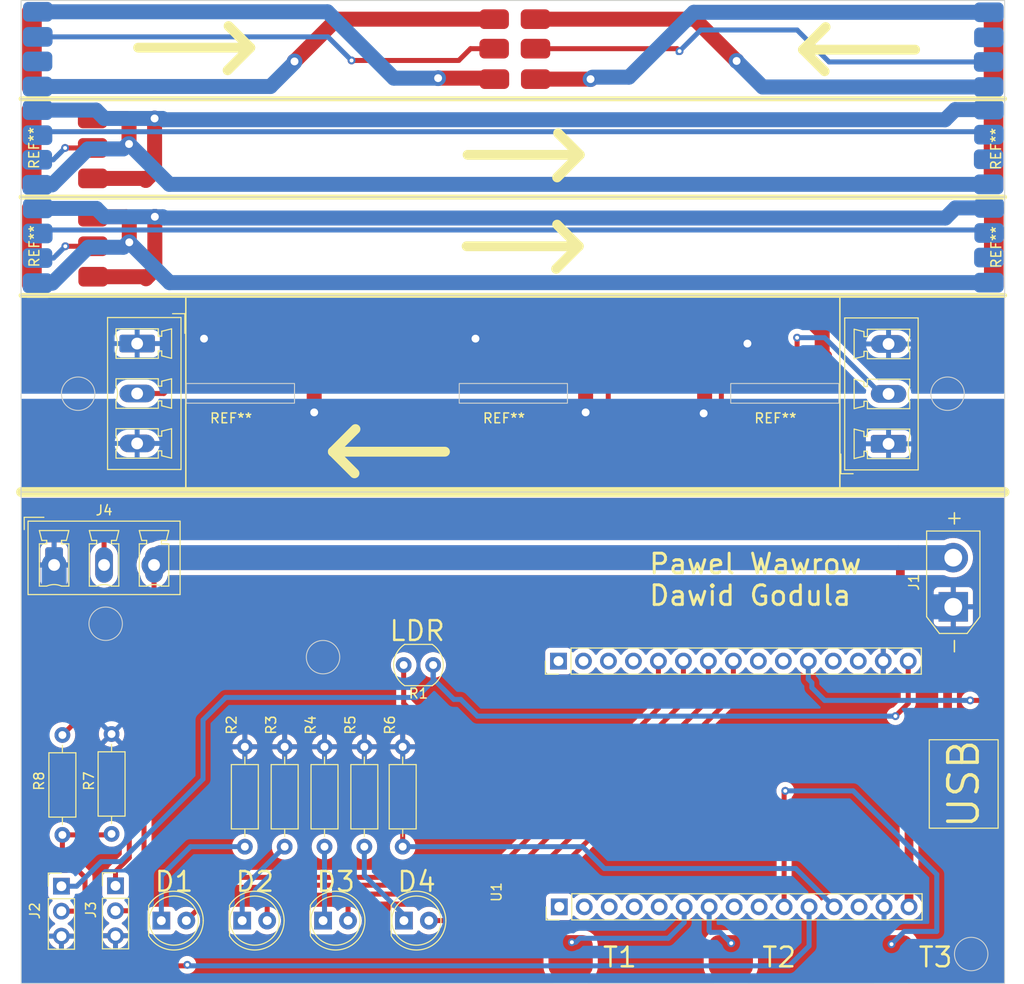
<source format=kicad_pcb>
(kicad_pcb (version 20240108) (generator "pcbnew") (generator_version "8.0")
  (layers (0 "F.Cu" signal) (31 "B.Cu" signal) (34 "B.Paste" user) (35 "F.Paste" user) (36 "B.SilkS" user "B.Silkscreen") (37 "F.SilkS" user "F.Silkscreen") (38 "B.Mask" user) (39 "F.Mask" user) (44 "Edge.Cuts" user))
  (net 0 "")
  (net 1 "Net-(D1-K)")
  (net 2 "LED1")
  (net 3 "Net-(D2-K)")
  (net 4 "LED2")
  (net 5 "Net-(D3-K)")
  (net 6 "LED3")
  (net 7 "Net-(D4-K)")
  (net 8 "LED4")
  (net 9 "+5V")
  (net 10 "GND")
  (net 11 "+3.3V")
  (net 12 "MOTION")
  (net 13 "Net-(J3-Pin_2)")
  (net 14 "LED_DOUT")
  (net 15 "L_SENSOR")
  (net 21 "TOUCH_1")
  (net 22 "TOUCH_2")
  (net 25 "TOUCH_3")
  (net 35 "DOUT2")
  (net 36 "DOUT3")
  (net 37 "DOUT1")
  (net 38 "DIN1")
  (net 39 "DIN_1")
  (net 40 "DOUT_2")
  (net 41 "DIN_3")
  (net 42 "DIN_4")
  (footprint "Library:PAD_11x2" (layer "F.Cu") (at 124.4125 149.075)
    (property "Reference" "REF**" (hide yes))
    (property "Value" "PAD_11x2" (hide yes))
  )
  (footprint "Library:PAD_11x2" (layer "F.Cu") (at 51.85 75 90)
    (property "Reference" "REF**")
    (property "Value" "PAD_11x2" (hide yes))
  )
  (footprint "Connector_PinHeader_2.54mm:PinHeader_1x03_P2.54mm_Vertical" (layer "F.Cu") (at 54.1 140.1)
    (property "Reference" "J2")
    (property "Value" "Conn_01x03_Pin")
  )
  (footprint "" (layer "F.Cu") (at 98.6 51.9)
    (property "Reference" "")
    (property "Value" "")
  )
  (footprint "Library:PAD_11x2" (layer "F.Cu") (at 108.125 149.075)
    (property "Reference" "REF**" (hide yes))
    (property "Value" "PAD_11x2" (hide yes))
  )
  (footprint "" (layer "F.Cu") (at 98.625 56.95 -90)
    (property "Reference" "")
    (property "Value" "")
  )
  (footprint "" (layer "F.Cu") (at 57.275 64.55 -90)
    (property "Reference" "")
    (property "Value" "")
  )
  (footprint "Library:PAD_2X3" (layer "F.Cu") (at 127.65 90.1)
    (property "Reference" "REF**" (hide yes))
    (property "Value" "PAD_2X3" (hide yes))
  )
  (footprint "Library:PAD_2X3" (layer "F.Cu") (at 100.05 90.125)
    (property "Reference" "REF**" (hide yes))
    (property "Value" "PAD_2X3" (hide yes))
  )
  (footprint "" (layer "F.Cu") (at 102.3 54.9)
    (property "Reference" "")
    (property "Value" "")
  )
  (footprint "" (layer "F.Cu") (at 102.3 51.9)
    (property "Reference" "")
    (property "Value" "")
  )
  (footprint "MojeFootprinty:ESP32_WROOM_DEV_30PIN" (layer "F.Cu") (at 142.09 129.7 90)
    (property "Reference" "U1")
    (property "Value" "ESP32_WROOM_32D_devkit")
  )
  (footprint "" (layer "F.Cu") (at 51.7 51.15)
    (property "Reference" "")
    (property "Value" "")
  )
  (footprint "" (layer "F.Cu") (at 148.875 65.1)
    (property "Reference" "")
    (property "Value" "")
  )
  (footprint "Resistor_THT:R_Axial_DIN0207_L6.3mm_D2.5mm_P10.16mm_Horizontal" (layer "F.Cu") (at 84.9 136.08 90)
    (property "Reference" "R5")
    (property "Value" "260")
  )
  (footprint "" (layer "F.Cu") (at 51.1 55)
    (property "Reference" "")
    (property "Value" "")
  )
  (footprint "" (layer "F.Cu") (at 57.3 74.55 -90)
    (property "Reference" "")
    (property "Value" "")
  )
  (footprint "" (layer "F.Cu") (at 102.325 56.95 -90)
    (property "Reference" "")
    (property "Value" "")
  )
  (footprint "Resistor_THT:R_Axial_DIN0207_L6.3mm_D2.5mm_P10.16mm_Horizontal" (layer "F.Cu") (at 54.2 134.88 90)
    (property "Reference" "R8")
    (property "Value" "5.1k")
  )
  (footprint "Library:PAD_11x2" (layer "F.Cu") (at 99.1 93)
    (property "Reference" "REF**")
    (property "Value" "PAD_11x2" (hide yes))
  )
  (footprint "Library:PAD_2X3" (layer "F.Cu") (at 73.7 90.1)
    (property "Reference" "REF**" (hide yes))
    (property "Value" "PAD_2X3" (hide yes))
  )
  (footprint "" (layer "F.Cu") (at 57.275 62 -90)
    (property "Reference" "")
    (property "Value" "")
  )
  (footprint "Library:PAD_11x2" (layer "F.Cu") (at 71.35 93)
    (property "Reference" "REF**")
    (property "Value" "PAD_11x2" (hide yes))
  )
  (footprint "Resistor_THT:R_Axial_DIN0207_L6.3mm_D2.5mm_P10.16mm_Horizontal" (layer "F.Cu") (at 59.2 124.62 -90)
    (property "Reference" "R7")
    (property "Value" "10k")
  )
  (footprint "Connector_AMASS:AMASS_XT30UPB-M_1x02_P5.0mm_Vertical" (layer "F.Cu") (at 144.78 111.68 90)
    (property "Reference" "J1")
    (property "Value" "Conn_01x02_Pin")
  )
  (footprint "" (layer "F.Cu") (at 51.675 61.15)
    (property "Reference" "")
    (property "Value" "")
  )
  (footprint "LED_THT:LED_D5.0mm_Clear" (layer "F.Cu") (at 88.925 143.6)
    (property "Reference" "D4")
    (property "Value" "LED")
  )
  (footprint "" (layer "F.Cu") (at 57.3 67.05 -90)
    (property "Reference" "")
    (property "Value" "")
  )
  (footprint "Resistor_THT:R_Axial_DIN0207_L6.3mm_D2.5mm_P10.16mm_Horizontal" (layer "F.Cu") (at 88.8 136.08 90)
    (property "Reference" "R6")
    (property "Value" "10k")
  )
  (footprint "Library:PAD_2X3" (layer "F.Cu") (at 100.05 90.1)
    (property "Reference" "REF**" (hide yes))
    (property "Value" "PAD_2X3" (hide yes))
  )
  (footprint "Library:PAD_11x2" (layer "F.Cu") (at 51.825 65 90)
    (property "Reference" "REF**")
    (property "Value" "PAD_11x2" (hide yes))
  )
  (footprint "LED_THT:LED_D5.0mm_Clear" (layer "F.Cu") (at 72.481666 143.6)
    (property "Reference" "D2")
    (property "Value" "LED")
  )
  (footprint "" (layer "F.Cu") (at 57.325 77.05 -90)
    (property "Reference" "")
    (property "Value" "")
  )
  (footprint "Connector_PinHeader_2.54mm:PinHeader_1x03_P2.54mm_Vertical" (layer "F.Cu") (at 59.6 140.06)
    (property "Reference" "J3")
    (property "Value" "Conn_01x03_Pin")
  )
  (footprint "" (layer "F.Cu") (at 148.875 55.2)
    (property "Reference" "")
    (property "Value" "")
  )
  (footprint "Library:PAD_2X3" (layer "F.Cu") (at 129.05 90.1)
    (property "Reference" "REF**" (hide yes))
    (property "Value" "PAD_2X3" (hide yes))
  )
  (footprint "Resistor_THT:R_Axial_DIN0207_L6.3mm_D2.5mm_P10.16mm_Horizontal" (layer "F.Cu") (at 72.75 136.08 90)
    (property "Reference" "R2")
    (property "Value" "260")
  )
  (footprint "Library:PAD_2X3" (layer "F.Cu") (at 72.3 90.1)
    (property "Reference" "REF**" (hide yes))
    (property "Value" "PAD_2X3" (hide yes))
  )
  (footprint "OptoDevice:R_LDR_5.0x4.1mm_P3mm_Vertical" (layer "F.Cu") (at 91.9 117.6 180)
    (property "Reference" "R1")
    (property "Value" "R_Photo")
  )
  (footprint "Library:PAD_11x2" (layer "F.Cu") (at 140.7 149.075)
    (property "Reference" "REF**" (hide yes))
    (property "Value" "PAD_11x2" (hide yes))
  )
  (footprint "Connector_Phoenix_MC_HighVoltage:PhoenixContact_MCV_1,5_3-G-5.08_1x03_P5.08mm_Vertical" (layer "F.Cu") (at 138.2 95.1 90)
    (property "Reference" "J4" (hide yes))
    (property "Value" "Conn_01x03_Pin" (hide yes))
  )
  (footprint "Connector_Phoenix_MC_HighVoltage:PhoenixContact_MCV_1,5_3-G-5.08_1x03_P5.08mm_Vertical" (layer "F.Cu") (at 53.3575 107.4225)
    (property "Reference" "J4")
    (property "Value" "Conn_01x03_Pin")
  )
  (footprint "Library:PAD_2X3" (layer "F.Cu") (at 127.65 90.125)
    (property "Reference" "REF**" (hide yes))
    (property "Value" "PAD_2X3" (hide yes))
  )
  (footprint "Library:PAD_2X3" (layer "F.Cu") (at 100.05 90.125)
    (property "Reference" "REF**" (hide yes))
    (property "Value" "PAD_2X3" (hide yes))
  )
  (footprint "Library:PAD_2X3" (layer "F.Cu") (at 127.65 90.125)
    (property "Reference" "REF**" (hide yes))
    (property "Value" "PAD_2X3" (hide yes))
  )
  (footprint "Library:PAD_2X3" (layer "F.Cu") (at 72.3 90.125)
    (property "Reference" "REF**" (hide yes))
    (property "Value" "PAD_2X3" (hide yes))
  )
  (footprint "Library:PAD_11x2" (layer "F.Cu") (at 149.65 75.1 90)
    (property "Reference" "REF**")
    (property "Value" "PAD_11x2" (hide yes))
  )
  (footprint "LED_THT:LED_D5.0mm_Clear" (layer "F.Cu") (at 80.703332 143.6)
    (property "Reference" "D3")
    (property "Value" "LED")
  )
  (footprint "" (layer "F.Cu") (at 98.6 54.9)
    (property "Reference" "")
    (property "Value" "")
  )
  (footprint "Resistor_THT:R_Axial_DIN0207_L6.3mm_D2.5mm_P10.16mm_Horizontal" (layer "F.Cu") (at 80.85 136.08 90)
    (property "Reference" "R4")
    (property "Value" "260")
  )
  (footprint "LED_THT:LED_D5.0mm_Clear" (layer "F.Cu") (at 64.26 143.6)
    (property "Reference" "D1")
    (property "Value" "LED")
  )
  (footprint "Library:PAD_2X3" (layer "F.Cu") (at 101.45 90.1)
    (property "Reference" "REF**" (hide yes))
    (property "Value" "PAD_2X3" (hide yes))
  )
  (footprint "Resistor_THT:R_Axial_DIN0207_L6.3mm_D2.5mm_P10.16mm_Horizontal" (layer "F.Cu") (at 76.8 136.08 90)
    (property "Reference" "R3")
    (property "Value" "260")
  )
  (footprint "" (layer "F.Cu") (at 57.3 72 -90)
    (property "Reference" "")
    (property "Value" "")
  )
  (footprint "Library:PAD_11x2" (layer "F.Cu") (at 126.7 93)
    (property "Reference" "REF**")
    (property "Value" "PAD_11x2" (hide yes))
  )
  (footprint "" (layer "F.Cu") (at 148.375 56.25)
    (property "Reference" "")
    (property "Value" "")
  )
  (footprint "Library:PAD_2X3" (layer "F.Cu") (at 72.3 90.125)
    (property "Reference" "REF**" (hide yes))
    (property "Value" "PAD_2X3" (hide yes))
  )
  (footprint "Connector_Phoenix_MC_HighVoltage:PhoenixContact_MCV_1,5_3-G-5.08_1x03_P5.08mm_Vertical" (layer "F.Cu") (at 61.8 84.9 -90)
    (property "Reference" "J4" (hide yes))
    (property "Value" "Conn_01x03_Pin" (hide yes))
  )
  (footprint "" (layer "B.Cu") (at 148.4 76.15 -90)
    (property "Reference" "")
    (property "Value" "")
  )
  (footprint "" (layer "B.Cu") (at 148.425 73.65 -90)
    (property "Reference" "")
    (property "Value" "")
  )
  (footprint "" (layer "B.Cu") (at 148.4 53.75 -90)
    (property "Reference" "")
    (property "Value" "")
  )
  (footprint "" (layer "B.Cu") (at 148.425 71.1 -90)
    (property "Reference" "")
    (property "Value" "")
  )
  (footprint "" (layer "B.Cu") (at 51.675 76.2 -90)
    (property "Reference" "")
    (property "Value" "")
  )
  (footprint "Library:PAD_2X3" (layer "B.Cu") (at 151.4 74.9 -90)
    (property "Reference" "REF**" (hide yes))
    (property "Value" "PAD_2X3" (hide yes))
  )
  (footprint "" (layer "B.Cu") (at 51.7 53.7 -90)
    (property "Reference" "")
    (property "Value" "")
  )
  (footprint "" (layer "B.Cu") (at 148.4 61.1 -90)
    (property "Reference" "")
    (property "Value" "")
  )
  (footprint "Library:PAD_2X3" (layer "B.Cu") (at 151.375 55 -90)
    (property "Reference" "REF**" (hide yes))
    (property "Value" "PAD_2X3" (hide yes))
  )
  (footprint "" (layer "B.Cu") (at 148.4 51.2 -90)
    (property "Reference" "")
    (property "Value" "")
  )
  (footprint "" (layer "B.Cu") (at 51.675 63.7 -90)
    (property "Reference" "")
    (property "Value" "")
  )
  (footprint "" (layer "B.Cu") (at 148.4 63.65 -90)
    (property "Reference" "")
    (property "Value" "")
  )
  (footprint "" (layer "B.Cu") (at 51.65 66.2 -90)
    (property "Reference" "")
    (property "Value" "")
  )
  (footprint "" (layer "B.Cu") (at 51.7 73.7 -90)
    (property "Reference" "")
    (property "Value" "")
  )
  (footprint "" (layer "B.Cu") (at 148.375 66.15 -90)
    (property "Reference" "")
    (property "Value" "")
  )
  (footprint "" (layer "B.Cu") (at 51.675 56.2 -90)
    (property "Reference" "")
    (property "Value" "")
  )
  (footprint "Library:PAD_2X3" (layer "B.Cu") (at 54.65 64.95 -90)
    (property "Reference" "REF**" (hide yes))
    (property "Value" "PAD_2X3" (hide yes))
  )
  (footprint "Library:PAD_2X3" (layer "B.Cu") (at 151.375 64.9 -90)
    (property "Reference" "REF**" (hide yes))
    (property "Value" "PAD_2X3" (hide yes))
  )
  (footprint "" (layer "B.Cu") (at 51.7 71.15 -90)
    (property "Reference" "")
    (property "Value" "")
  )
  (footprint "Library:PAD_2X3" (layer "B.Cu") (at 54.675 74.95 -90)
    (property "Reference" "REF**" (hide yes))
    (property "Value" "PAD_2X3" (hide yes))
  )
  (footprint "Library:PAD_2X3" (layer "B.Cu") (at 54.675 54.95 -90)
    (property "Reference" "REF**" (hide yes))
    (property "Value" "PAD_2X3" (hide yes))
  )
  (gr_line (start 129.5 55) (end 131.8 52.7) (stroke (width 1)) (layer "F.SilkS"))
  (gr_line (start 129.5 55) (end 131.7 57.2) (stroke (width 1)) (layer "F.SilkS"))
  (gr_line (start 133.25 100) (end 133.25 80) (stroke (width 0.15)) (layer "F.SilkS"))
  (gr_line (start 106.7 75) (end 104.4 77.3) (stroke (width 1)) (layer "F.SilkS"))
  (gr_line (start 61.9 54.8) (end 73.3 54.8) (stroke (width 1)) (layer "F.SilkS"))
  (gr_line (start 150 100) (end 50 100) (stroke (width 1)) (layer "F.SilkS"))
  (gr_line (start 140.9 55) (end 129.5 55) (stroke (width 1)) (layer "F.SilkS"))
  (gr_line (start 93.1 95.9) (end 81.7 95.9) (stroke (width 1)) (layer "F.SilkS"))
  (gr_line (start 81.7 95.9) (end 83.9 98.1) (stroke (width 1)) (layer "F.SilkS"))
  (gr_line (start 81.7 95.9) (end 84 93.6) (stroke (width 1)) (layer "F.SilkS"))
  (gr_line (start 106.7 75) (end 104.5 72.8) (stroke (width 1)) (layer "F.SilkS"))
  (gr_line (start 150 70) (end 50 70) (stroke (width 0.5)) (layer "F.SilkS"))
  (gr_line (start 66.75 100) (end 66.75 80) (stroke (width 0.15)) (layer "F.SilkS"))
  (gr_line (start 150 80) (end 50 80) (stroke (width 0.5)) (layer "F.SilkS"))
  (gr_line (start 95.3 75) (end 106.7 75) (stroke (width 1)) (layer "F.SilkS"))
  (gr_line (start 95.4 65.7) (end 106.8 65.7) (stroke (width 1)) (layer "F.SilkS"))
  (gr_line (start 150 60) (end 50 60) (stroke (width 0.5)) (layer "F.SilkS"))
  (gr_line (start 73.3 54.8) (end 71.1 52.6) (stroke (width 1)) (layer "F.SilkS"))
  (gr_line (start 106.8 65.7) (end 104.6 63.5) (stroke (width 1)) (layer "F.SilkS"))
  (gr_line (start 73.3 54.8) (end 71 57.1) (stroke (width 1)) (layer "F.SilkS"))
  (gr_line (start 106.8 65.7) (end 104.5 68) (stroke (width 1)) (layer "F.SilkS"))
  (gr_circle (center 80.7 116.8) (end 82.4 116.8) (stroke (width 0.1)) (fill none) (layer "Edge.Cuts"))
  (gr_line (start 150 70) (end 50 70) (stroke (width 0.1)) (layer "Edge.Cuts"))
  (gr_rect (start 66.8 88.9625) (end 77.8 90.9625) (stroke (width 0.1)) (fill none) (layer "Edge.Cuts"))
  (gr_circle (center 146.6 147) (end 148.3 147) (stroke (width 0.1)) (fill none) (layer "Edge.Cuts"))
  (gr_rect (start 122.15 88.9625) (end 133.15 90.9625) (stroke (width 0.1)) (fill none) (layer "Edge.Cuts"))
  (gr_circle (center 55.8 90) (end 57.5 90) (stroke (width 0.1)) (fill none) (layer "Edge.Cuts"))
  (gr_line (start 150 80) (end 50 80) (stroke (width 0.1)) (layer "Edge.Cuts"))
  (gr_line (start 150 100) (end 50 100) (stroke (width 0.1)) (layer "Edge.Cuts"))
  (gr_circle (center 58.6 113.4) (end 60.3 113.4) (stroke (width 0.1)) (fill none) (layer "Edge.Cuts"))
  (gr_rect (start 50 50) (end 150 150) (stroke (width 0.1)) (fill none) (layer "Edge.Cuts"))
  (gr_line (start 150 60) (end 50 60) (stroke (width 0.1)) (layer "Edge.Cuts"))
  (gr_circle (center 144.2 90) (end 145.9 90) (stroke (width 0.1)) (fill none) (layer "Edge.Cuts"))
  (gr_rect (start 94.55 88.9625) (end 105.55 90.9625) (stroke (width 0.1)) (fill none) (layer "Edge.Cuts"))
  (gr_text "" (at 54.97325 61.15 90) (layer "F.SilkS") (effects (font (size 1.27 1.27))))
  (gr_text "T1" (at 109 148.5 0) (layer "F.SilkS") (effects (font (size 2 2) (thickness 0.25)) (justify left bottom)))
  (gr_text "T2" (at 125.2 148.5 0) (layer "F.SilkS") (effects (font (size 2 2) (thickness 0.25)) (justify left bottom)))
  (gr_text "Pawel Wawrow\nDawid Godula" (at 113.7 111.7 0) (layer "F.SilkS") (effects (font (size 2 2) (thickness 0.3)) (justify left bottom)))
  (gr_text "LDR" (at 87.3 115.3 0) (layer "F.SilkS") (effects (font (size 2 2) (thickness 0.25)) (justify left bottom)))
  (gr_text "REF**" (at 149.125 65.1 90) (layer "F.SilkS") (effects (font (size 1 1))))
  (gr_text "T3" (at 141.1 148.5 0) (layer "F.SilkS") (effects (font (size 2 2) (thickness 0.25)) (justify left bottom)))
  (segment (start 64.26 139.04) (end 64.26 143.6) (width 0.508) (layer "B.Cu") (net 1))
  (segment (start 72.75 136.08) (end 67.22 136.08) (width 0.508) (layer "B.Cu") (net 1))
  (segment (start 67.22 136.08) (end 64.26 139.04) (width 0.508) (layer "B.Cu") (net 1))
  (segment (start 97.6 139.2) (end 114.8 122) (width 0.508) (layer "F.Cu") (net 2))
  (segment (start 114.8 122) (end 114.8 117.2) (width 0.508) (layer "F.Cu") (net 2))
  (segment (start 71.2 139.2) (end 97.6 139.2) (width 0.508) (layer "F.Cu") (net 2))
  (segment (start 66.8 143.6) (end 71.2 139.2) (width 0.508) (layer "F.Cu") (net 2))
  (segment (start 72.481666 140.518334) (end 72.481666 143.6) (width 0.508) (layer "B.Cu") (net 3))
  (segment (start 72.9 139.98) (end 72.9 140.1) (width 0.508) (layer "B.Cu") (net 3))
  (segment (start 76.8 136.08) (end 72.9 139.98) (width 0.508) (layer "B.Cu") (net 3))
  (segment (start 72.9 140.1) (end 72.481666 140.518334) (width 0.508) (layer "B.Cu") (net 3))
  (segment (start 98.7 140) (end 117.34 121.36) (width 0.508) (layer "F.Cu") (net 4))
  (segment (start 75.021666 141.578334) (end 76.6 140) (width 0.508) (layer "F.Cu") (net 4))
  (segment (start 117.34 121.36) (end 117.34 117.2) (width 0.508) (layer "F.Cu") (net 4))
  (segment (start 75.021666 143.6) (end 75.021666 141.578334) (width 0.508) (layer "F.Cu") (net 4))
  (segment (start 76.6 140) (end 98.7 140) (width 0.508) (layer "F.Cu") (net 4))
  (segment (start 80.85 136.08) (end 80.85 143.453332) (width 0.508) (layer "B.Cu") (net 5))
  (segment (start 80.85 143.453332) (end 80.703332 143.6) (width 0.508) (layer "B.Cu") (net 5))
  (segment (start 119.88 121.12) (end 119.88 117.2) (width 0.508) (layer "F.Cu") (net 6))
  (segment (start 100.1 140.9) (end 119.88 121.12) (width 0.508) (layer "F.Cu") (net 6))
  (segment (start 83.243332 143.6) (end 83.243332 141.756668) (width 0.508) (layer "F.Cu") (net 6))
  (segment (start 84.1 140.9) (end 100.1 140.9) (width 0.508) (layer "F.Cu") (net 6))
  (segment (start 83.243332 141.756668) (end 84.1 140.9) (width 0.508) (layer "F.Cu") (net 6))
  (segment (start 84.9 136.08) (end 84.9 139) (width 0.508) (layer "B.Cu") (net 7))
  (segment (start 84.9 139) (end 88.925 143.025) (width 0.508) (layer "B.Cu") (net 7))
  (segment (start 88.925 143.025) (end 88.925 143.6) (width 0.508) (layer "B.Cu") (net 7))
  (segment (start 122.42 120.68) (end 122.42 117.2) (width 0.508) (layer "F.Cu") (net 8))
  (segment (start 94.4 143.6) (end 96.3 141.7) (width 0.508) (layer "F.Cu") (net 8))
  (segment (start 91.465 143.6) (end 94.4 143.6) (width 0.508) (layer "F.Cu") (net 8))
  (segment (start 101.4 141.7) (end 122.42 120.68) (width 0.508) (layer "F.Cu") (net 8))
  (segment (start 96.3 141.7) (end 101.4 141.7) (width 0.508) (layer "F.Cu") (net 8))
  (segment (start 61.9 119.1) (end 63.5175 117.4825) (width 0.508) (layer "F.Cu") (net 9))
  (segment (start 63.575 67.4) (end 62.675 68.3) (width 1.524) (layer "F.Cu") (net 9))
  (segment (start 144.2 116.9) (end 139.4 112.1) (width 0.889) (layer "F.Cu") (net 9))
  (segment (start 140.28 126.42) (end 144.2 122.5) (width 0.889) (layer "F.Cu") (net 9))
  (segment (start 68.5 84.5) (end 68.6 84.4) (width 1.524) (layer "F.Cu") (net 9))
  (segment (start 62.475 68.1) (end 57.3 68.1) (width 1.524) (layer "F.Cu") (net 9))
  (segment (start 63.6 72) (end 63.6 77.4) (width 1.524) (layer "F.Cu") (net 9))
  (segment (start 139.4 112.1) (end 139.4 106.88) (width 0.889) (layer "F.Cu") (net 9))
  (segment (start 92.4 57.9) (end 98.025 57.9) (width 1.524) (layer "F.Cu") (net 9))
  (segment (start 55.5 119.1) (end 61.9 119.1) (width 0.508) (layer "F.Cu") (net 9))
  (segment (start 139.2 106.68) (end 64.26 106.68) (width 2.54) (layer "F.Cu") (net 9))
  (segment (start 98.025 57.9) (end 98.125 58) (width 1.524) (layer "F.Cu") (net 9))
  (segment (start 107.9 58) (end 102.325 58) (width 1.524) (layer "F.Cu") (net 9))
  (segment (start 140.28 142.2) (end 140.28 126.42) (width 0.889) (layer "F.Cu") (net 9))
  (segment (start 139.4 106.88) (end 139.2 106.68) (width 0.889) (layer "F.Cu") (net 9))
  (segment (start 52.6 127.8) (end 52.3 127.5) (width 0.508) (layer "F.Cu") (net 9))
  (segment (start 52.3 127.5) (end 52.3 122.3) (width 0.508) (layer "F.Cu") (net 9))
  (segment (start 57.9 127.8) (end 52.6 127.8) (width 0.508) (layer "F.Cu") (net 9))
  (segment (start 64.26 106.68) (end 63.5175 107.4225) (width 2.54) (layer "F.Cu") (net 9))
  (segment (start 123.85 84.9) (end 123.85 87.125) (width 1.524) (layer "F.Cu") (net 9))
  (segment (start 52.3 122.3) (end 55.5 119.1) (width 0.508) (layer "F.Cu") (net 9))
  (segment (start 68.5 87.125) (end 68.5 84.5) (width 1.524) (layer "F.Cu") (net 9))
  (segment (start 63.6 77.4) (end 62.7 78.3) (width 1.524) (layer "F.Cu") (net 9))
  (segment (start 96.25 84.45) (end 96.2 84.4) (width 1.524) (layer "F.Cu") (net 9))
  (segment (start 62.5 78.1) (end 57.325 78.1) (width 1.524) (layer "F.Cu") (net 9))
  (segment (start 96.25 87.125) (end 96.25 84.45) (width 1.524) (layer "F.Cu") (net 9))
  (segment (start 144.78 106.68) (end 139.2 106.68) (width 2.54) (layer "F.Cu") (net 9))
  (segment (start 62.675 68.3) (end 62.475 68.1) (width 1.524) (layer "F.Cu") (net 9))
  (segment (start 62.7 78.3) (end 62.5 78.1) (width 1.524) (layer "F.Cu") (net 9))
  (segment (start 59.6 140.06) (end 59.6 138.6) (width 0.508) (layer "F.Cu") (net 9))
  (segment (start 63.5175 117.4825) (end 63.5175 107.4225) (width 0.508) (layer "F.Cu") (net 9))
  (segment (start 144.2 122.5) (end 144.2 116.9) (width 0.889) (layer "F.Cu") (net 9))
  (segment (start 63.575 62) (end 63.575 67.4) (width 1.524) (layer "F.Cu") (net 9))
  (segment (start 59.6 138.6) (end 61 137.2) (width 0.508) (layer "F.Cu") (net 9))
  (segment (start 61 130.9) (end 57.9 127.8) (width 0.508) (layer "F.Cu") (net 9))
  (segment (start 61 137.2) (end 61 130.9) (width 0.508) (layer "F.Cu") (net 9))
  (via (at 96.2 84.4) (size 1.6) (drill 0.8) (layers "F.Cu" "B.Cu") (net 9))
  (via (at 107.9 58) (size 1.6) (drill 0.8) (layers "F.Cu" "B.Cu") (net 9))
  (via (at 63.6 72) (size 1.6) (drill 0.8) (layers "F.Cu" "B.Cu") (net 9))
  (via (at 123.85 84.9) (size 1.6) (drill 0.8) (layers "F.Cu" "B.Cu") (net 9))
  (via (at 63.575 62) (size 1.6) (drill 0.8) (layers "F.Cu" "B.Cu") (net 9))
  (via (at 92.4 57.9) (size 1.6) (drill 0.8) (layers "F.Cu" "B.Cu") (net 9))
  (via (at 68.6 84.4) (size 1.6) (drill 0.8) (layers "F.Cu" "B.Cu") (net 9))
  (segment (start 111.8 57.8) (end 108.1 57.8) (width 1.524) (layer "B.Cu") (net 9))
  (segment (start 51.675 61.15) (end 57.625 61.15) (width 1.524) (layer "B.Cu") (net 9))
  (segment (start 144.78 106.68) (end 64.26 106.68) (width 2.54) (layer "B.Cu") (net 9))
  (segment (start 58.475 62) (end 63.575 62) (width 1.524) (layer "B.Cu") (net 9))
  (segment (start 143.97 72.13) (end 145 71.1) (width 1.524) (layer "B.Cu") (net 9))
  (segment (start 63.6 72) (end 64.4 72) (width 1.524) (layer "B.Cu") (net 9))
  (segment (start 148.4 51.2) (end 118.4 51.2) (width 1.524) (layer "B.Cu") (net 9))
  (segment (start 87.9 57.9) (end 92.2 57.9) (width 1.524) (layer "B.Cu") (net 9))
  (segment (start 144.975 61.1) (end 148.4 61.1) (width 1.524) (layer "B.Cu") (net 9))
  (segment (start 81.15 51.15) (end 82.5 52.5) (width 1.524) (layer "B.Cu") (net 9))
  (segment (start 64.505 62.13) (end 143.945 62.13) (width 1.524) (layer "B.Cu") (net 9))
  (segment (start 82.5 52.5) (end 87.9 57.9) (width 1.524) (layer "B.Cu") (net 9))
  (segment (start 51.7 71.15) (end 57.65 71.15) (width 1.524) (layer "B.Cu") (net 9))
  (segment (start 64.375 62) (end 64.505 62.13) (width 1.524) (layer "B.Cu") (net 9))
  (segment (start 64.53 72.13) (end 143.97 72.13) (width 1.524) (layer "B.Cu") (net 9))
  (segment (start 51.7 51.15) (end 81.15 51.15) (width 1.524) (layer "B.Cu") (net 9))
  (segment (start 58.5 72) (end 63.6 72) (width 1.524) (layer "B.Cu") (net 9))
  (segment (start 64.26 106.68) (end 63.5175 107.4225) (width 2.54) (layer "B.Cu") (net 9))
  (segment (start 64.4 72) (end 64.53 72.13) (width 1.524) (layer "B.Cu") (net 9))
  (segment (start 145 71.1) (end 148.425 71.1) (width 1.524) (layer "B.Cu") (net 9))
  (segment (start 118.4 51.2) (end 111.8 57.8) (width 1.524) (layer "B.Cu") (net 9))
  (segment (start 57.65 71.15) (end 58.5 72) (width 1.524) (layer "B.Cu") (net 9))
  (segment (start 57.625 61.15) (end 58.475 62) (width 1.524) (layer "B.Cu") (net 9))
  (segment (start 63.575 62) (end 64.375 62) (width 1.524) (layer "B.Cu") (net 9))
  (segment (start 143.945 62.13) (end 144.975 61.1) (width 1.524) (layer "B.Cu") (net 9))
  (segment (start 104.2 83.9) (end 103.85 84.25) (width 1.524) (layer "F.Cu") (net 10))
  (segment (start 60.7 72) (end 57.3 72) (width 1.524) (layer "F.Cu") (net 10))
  (segment (start 122 81.6) (end 129.3 81.6) (width 1.524) (layer "F.Cu") (net 10))
  (segment (start 129.3 81.6) (end 131.45 83.75) (width 1.524) (layer "F.Cu") (net 10))
  (segment (start 107.4 91.9) (end 107.4 85.1) (width 1.524) (layer "F.Cu") (net 10))
  (segment (start 60.675 62) (end 57.275 62) (width 1.524) (layer "F.Cu") (net 10))
  (segment (start 119.5 84.1) (end 122 81.6) (width 1.524) (layer "F.Cu") (net 10))
  (segment (start 60.975 62.3) (end 60.675 62) (width 1.524) (layer "F.Cu") (net 10))
  (segment (start 76.9 83.9) (end 76.1 84.7) (width 1.524) (layer "F.Cu") (net 10))
  (segment (start 82.1 51.9) (end 98.1 51.9) (width 1.524) (layer "F.Cu") (net 10))
  (segment (start 60.975 64.6) (end 60.975 62.3) (width 1.524) (layer "F.Cu") (net 10))
  (segment (start 77.8 56.2) (end 82.1 51.9) (width 1.524) (layer "F.Cu") (net 10))
  (segment (start 79.8 85) (end 78.7 83.9) (width 1.524) (layer "F.Cu") (net 10))
  (segment (start 61 74.6) (end 61 72.3) (width 1.524) (layer "F.Cu") (net 10))
  (segment (start 76.1 84.7) (end 76.1 87.1) (width 1.524) (layer "F.Cu") (net 10))
  (segment (start 119.4 92) (end 119.5 91.9) (width 1.524) (layer "F.Cu") (net 10))
  (segment (start 131.45 83.75) (end 131.45 87.1) (width 1.524) (layer "F.Cu") (net 10))
  (segment (start 79.8 91.9) (end 79.8 85) (width 1.524) (layer "F.Cu") (net 10))
  (segment (start 61 72.3) (end 60.7 72) (width 1.524) (layer "F.Cu") (net 10))
  (segment (start 106.2 83.9) (end 104.2 83.9) (width 1.524) (layer "F.Cu") (net 10))
  (segment (start 103.85 84.25) (end 103.85 87.1) (width 1.524) (layer "F.Cu") (net 10))
  (segment (start 119.5 91.9) (end 119.5 84.1) (width 1.524) (layer "F.Cu") (net 10))
  (segment (start 122.75 56.15) (end 118.5 51.9) (width 1.524) (layer "F.Cu") (net 10))
  (segment (start 118.5 51.9) (end 102.3 51.9) (width 1.524) (layer "F.Cu") (net 10))
  (segment (start 78.7 83.9) (end 76.9 83.9) (width 1.524) (layer "F.Cu") (net 10))
  (segment (start 107.4 85.1) (end 106.2 83.9) (width 1.524) (layer "F.Cu") (net 10))
  (via (at 119.4 92) (size 1.6) (drill 0.8) (layers "F.Cu" "B.Cu") (net 10))
  (via (at 122.75 56.15) (size 1.6) (drill 0.8) (layers "F.Cu" "B.Cu") (net 10))
  (via (at 60.975 64.6) (size 1.6) (drill 0.8) (layers "F.Cu" "B.Cu") (net 10))
  (via (at 79.8 91.9) (size 1.6) (drill 0.8) (layers "F.Cu" "B.Cu") (net 10))
  (via (at 61 74.6) (size 1.6) (drill 0.8) (layers "F.Cu" "B.Cu") (net 10))
  (via (at 107.4 91.9) (size 1.6) (drill 0.8) (layers "F.Cu" "B.Cu") (net 10))
  (via (at 77.8 56.2) (size 1.6) (drill 0.8) (layers "F.Cu" "B.Cu") (net 10))
  (segment (start 56.8 65.1) (end 60.375 65.1) (width 1.524) (layer "B.Cu") (net 10))
  (segment (start 60.975 64.6) (end 65.075 68.7) (width 1.524) (layer "B.Cu") (net 10))
  (segment (start 125.4 58.8) (end 148.375 58.8) (width 1.524) (layer "B.Cu") (net 10))
  (segment (start 61 74.6) (end 65.1 78.7) (width 1.524) (layer "B.Cu") (net 10))
  (segment (start 53.175 78.75) (end 56.825 75.1) (width 1.524) (layer "B.Cu") (net 10))
  (segment (start 51.675 58.75) (end 75.35 58.75) (width 1.524) (layer "B.Cu") (net 10))
  (segment (start 122.75 56.15) (end 125.4 58.8) (width 1.524) (layer "B.Cu") (net 10))
  (segment (start 65.1 78.7) (end 148.4 78.7) (width 1.524) (layer "B.Cu") (net 10))
  (segment (start 52.3 117.7) (end 52.3 112.7) (width 2.54) (layer "B.Cu") (net 10))
  (segment (start 51.675 78.75) (end 53.175 78.75) (width 1.524) (layer "B.Cu") (net 10))
  (segment (start 144.78 111.68) (end 71.42 111.68) (width 2.54) (layer "B.Cu") (net 10))
  (segment (start 56.825 75.1) (end 60.4 75.1) (width 1.524) (layer "B.Cu") (net 10))
  (segment (start 71.42 111.68) (end 63 120.1) (width 2.54) (layer "B.Cu") (net 10))
  (segment (start 51.65 68.75) (end 53.15 68.75) (width 1.524) (layer "B.Cu") (net 10))
  (segment (start 63 120.1) (end 54.7 120.1) (width 2.54) (layer "B.Cu") (net 10))
  (segment (start 53.15 68.75) (end 56.8 65.1) (width 1.524) (layer "B.Cu") (net 10))
  (segment (start 54.7 120.1) (end 52.3 117.7) (width 2.54) (layer "B.Cu") (net 10))
  (segment (start 65.075 68.7) (end 148.375 68.7) (width 1.524) (layer "B.Cu") (net 10))
  (segment (start 53.3575 111.6425) (end 53.3575 107.4225) (width 2.54) (layer "B.Cu") (net 10))
  (segment (start 60.375 65.1) (end 60.875 64.6) (width 1.524) (layer "B.Cu") (net 10))
  (segment (start 60.4 75.1) (end 60.9 74.6) (width 1.524) (layer "B.Cu") (net 10))
  (segment (start 52.3 112.7) (end 53.3575 111.6425) (width 2.54) (layer "B.Cu") (net 10))
  (segment (start 75.35 58.75) (end 77.8 56.3) (width 1.524) (layer "B.Cu") (net 10))
  (segment (start 138.9 122.8) (end 140.2 121.5) (width 0.508) (layer "F.Cu") (net 11))
  (segment (start 140.2 121.5) (end 140.2 117.2) (width 0.508) (layer "F.Cu") (net 11))
  (via (at 138.9 122.8) (size 0.8) (drill 0.4) (layers "F.Cu" "B.Cu") (net 11))
  (segment (start 60.1 137.6) (end 68.5 129.2) (width 0.508) (layer "B.Cu") (net 11))
  (segment (start 96.4 122.8) (end 138.9 122.8) (width 0.508) (layer "B.Cu") (net 11))
  (segment (start 68.5 123.2) (end 70.8 120.9) (width 0.508) (layer "B.Cu") (net 11))
  (segment (start 91.9 119.2) (end 91.9 117.6) (width 0.508) (layer "B.Cu") (net 11))
  (segment (start 58.153424 137.6) (end 60.1 137.6) (width 0.508) (layer "B.Cu") (net 11))
  (segment (start 70.8 120.9) (end 90.2 120.9) (width 0.508) (layer "B.Cu") (net 11))
  (segment (start 94.7 121.1) (end 96.4 122.8) (width 0.508) (layer "B.Cu") (net 11))
  (segment (start 90.2 120.9) (end 91.9 119.2) (width 0.508) (layer "B.Cu") (net 11))
  (segment (start 91.9 119) (end 94 121.1) (width 0.508) (layer "B.Cu") (net 11))
  (segment (start 91.9 117.6) (end 91.9 119) (width 0.508) (layer "B.Cu") (net 11))
  (segment (start 91.9 117.6) (end 91.9 119.1) (width 0.508) (layer "B.Cu") (net 11))
  (segment (start 55.653424 140.1) (end 58.153424 137.6) (width 0.508) (layer "B.Cu") (net 11))
  (segment (start 94 121.1) (end 94.7 121.1) (width 0.508) (layer "B.Cu") (net 11))
  (segment (start 68.5 129.2) (end 68.5 123.2) (width 0.508) (layer "B.Cu") (net 11))
  (segment (start 54.1 140.1) (end 55.653424 140.1) (width 0.508) (layer "B.Cu") (net 11))
  (segment (start 56.5 142.4) (end 56.5 139.2) (width 0.508) (layer "F.Cu") (net 12))
  (segment (start 66.8 148.2) (end 66.9 148.1) (width 0.508) (layer "F.Cu") (net 12))
  (segment (start 59.1 134.88) (end 59.2 134.78) (width 0.508) (layer "F.Cu") (net 12))
  (segment (start 54.2 134.88) (end 59.1 134.88) (width 0.508) (layer "F.Cu") (net 12))
  (segment (start 57.8 148.2) (end 66.8 148.2) (width 0.508) (layer "F.Cu") (net 12))
  (segment (start 56.5 139.2) (end 54.2 136.9) (width 0.508) (layer "F.Cu") (net 12))
  (segment (start 56.26 142.64) (end 56.5 142.4) (width 0.508) (layer "F.Cu") (net 12))
  (segment (start 54.1 142.64) (end 56.26 142.64) (width 0.508) (layer "F.Cu") (net 12))
  (segment (start 56.5 146.9) (end 57.8 148.2) (width 0.508) (layer "F.Cu") (net 12))
  (segment (start 56.5 142.88) (end 56.5 146.9) (width 0.508) (layer "F.Cu") (net 12))
  (segment (start 56.26 142.64) (end 56.5 142.88) (width 0.508) (layer "F.Cu") (net 12))
  (segment (start 54.2 136.9) (end 54.2 134.88) (width 0.508) (layer "F.Cu") (net 12))
  (via (at 66.9 148.1) (size 0.8) (drill 0.4) (layers "F.Cu" "B.Cu") (net 12))
  (segment (start 130.12 146.18) (end 130.12 142.2) (width 0.508) (layer "B.Cu") (net 12))
  (segment (start 67 148.2) (end 128.1 148.2) (width 0.508) (layer "B.Cu") (net 12))
  (segment (start 66.9 148.1) (end 67 148.2) (width 0.508) (layer "B.Cu") (net 12))
  (segment (start 128.1 148.2) (end 130.12 146.18) (width 0.508) (layer "B.Cu") (net 12))
  (segment (start 54.2 124.72) (end 56.02 122.9) (width 0.508) (layer "F.Cu") (net 13))
  (segment (start 62.5 124) (end 62.5 141.3) (width 0.508) (layer "F.Cu") (net 13))
  (segment (start 61.4 122.9) (end 62.5 124) (width 0.508) (layer "F.Cu") (net 13))
  (segment (start 62.5 141.3) (end 61.2 142.6) (width 0.508) (layer "F.Cu") (net 13))
  (segment (start 56.02 122.9) (end 61.4 122.9) (width 0.508) (layer "F.Cu") (net 13))
  (segment (start 61.2 142.6) (end 59.6 142.6) (width 0.508) (layer "F.Cu") (net 13))
  (segment (start 58.4375 107.4225) (end 58.4375 103.6145) (width 0.508) (layer "F.Cu") (net 14))
  (segment (start 59.944 102.108) (end 146.05 102.108) (width 0.508) (layer "F.Cu") (net 14))
  (segment (start 148.2 121.2) (end 146.5 121.2) (width 0.508) (layer "F.Cu") (net 14))
  (segment (start 58.4375 103.6145) (end 59.944 102.108) (width 0.508) (layer "F.Cu") (net 14))
  (segment (start 148.59 104.648) (end 148.59 120.81) (width 0.508) (layer "F.Cu") (net 14))
  (segment (start 148.59 120.81) (end 148.2 121.2) (width 0.508) (layer "F.Cu") (net 14))
  (segment (start 146.05 102.108) (end 148.59 104.648) (width 0.508) (layer "F.Cu") (net 14))
  (via (at 146.5 121.2) (size 0.8) (drill 0.4) (layers "F.Cu" "B.Cu") (net 14))
  (segment (start 131.7 121.2) (end 130.4 119.9) (width 0.508) (layer "B.Cu") (net 14))
  (segment (start 146.5 121.2) (end 131.7 121.2) (width 0.508) (layer "B.Cu") (net 14))
  (segment (start 130.04 119.04) (end 130.04 117.2) (width 0.508) (layer "B.Cu") (net 14))
  (segment (start 130.4 119.9) (end 130.4 119.4) (width 0.508) (layer "B.Cu") (net 14))
  (segment (start 130.4 119.4) (end 130.04 119.04) (width 0.508) (layer "B.Cu") (net 14))
  (segment (start 88.8 136.08) (end 88.8 130.4) (width 0.508) (layer "F.Cu") (net 15))
  (segment (start 91.3 127.9) (end 91.3 123.9) (width 0.508) (layer "F.Cu") (net 15))
  (segment (start 88.8 130.4) (end 91.3 127.9) (width 0.508) (layer "F.Cu") (net 15))
  (segment (start 88.9 121.5) (end 88.9 117.6) (width 0.508) (layer "F.Cu") (net 15))
  (segment (start 91.3 123.9) (end 88.9 121.5) (width 0.508) (layer "F.Cu") (net 15))
  (segment (start 132.66 142.2) (end 128.76 138.3) (width 0.508) (layer "B.Cu") (net 15))
  (segment (start 107.08 136.08) (end 88.8 136.08) (width 0.508) (layer "B.Cu") (net 15))
  (segment (start 128.76 138.3) (end 109.3 138.3) (width 0.508) (layer "B.Cu") (net 15))
  (segment (start 109.3 138.3) (end 107.08 136.08) (width 0.508) (layer "B.Cu") (net 15))
  (segment (start 105.875 147.2) (end 105.875 145.925) (width 0.508) (layer "F.Cu") (net 21))
  (segment (start 105.875 145.925) (end 106 145.8) (width 0.508) (layer "F.Cu") (net 21))
  (via (at 106 145.8) (size 0.8) (drill 0.4) (layers "F.Cu" "B.Cu") (net 21))
  (segment (start 106 145.8) (end 106.4 145.8) (width 0.508) (layer "B.Cu") (net 21))
  (segment (start 115.8 145.4) (end 117.42 143.78) (width 0.508) (layer "B.Cu") (net 21))
  (segment (start 106.4 145.8) (end 106.8 145.4) (width 0.508) (layer "B.Cu") (net 21))
  (segment (start 117.42 143.78) (end 117.42 142.2) (width 0.508) (layer "B.Cu") (net 21))
  (segment (start 106.8 145.4) (end 115.8 145.4) (width 0.508) (layer "B.Cu") (net 21))
  (segment (start 122.1625 145.9375) (end 122.2 145.9) (width 0.508) (layer "F.Cu") (net 22))
  (segment (start 122.1625 147.2) (end 122.1625 145.9375) (width 0.508) (layer "F.Cu") (net 22))
  (via (at 122.2 145.9) (size 0.8) (drill 0.4) (layers "F.Cu" "B.Cu") (net 22))
  (segment (start 120.1 144.8) (end 119.96 144.66) (width 0.508) (layer "B.Cu") (net 22))
  (segment (start 122.2 145.9) (end 121.1 144.8) (width 0.508) (layer "B.Cu") (net 22))
  (segment (start 121.1 144.8) (end 120.1 144.8) (width 0.508) (layer "B.Cu") (net 22))
  (segment (start 119.96 144.66) (end 119.96 142.2) (width 0.508) (layer "B.Cu") (net 22))
  (segment (start 138.45 146.05) (end 138.5 146) (width 0.508) (layer "F.Cu") (net 25))
  (segment (start 138.45 147.2) (end 138.45 146.05) (width 0.508) (layer "F.Cu") (net 25))
  (segment (start 127.58 130.52) (end 127.58 142.2) (width 0.508) (layer "F.Cu") (net 25))
  (segment (start 127.7 130.4) (end 127.58 130.52) (width 0.508) (layer "F.Cu") (net 25))
  (via (at 127.7 130.4) (size 0.8) (drill 0.4) (layers "F.Cu" "B.Cu") (net 25))
  (via (at 138.5 146) (size 0.8) (drill 0.4) (layers "F.Cu" "B.Cu") (net 25))
  (segment (start 143.1 138.9) (end 143.1 144.7) (width 0.508) (layer "B.Cu") (net 25))
  (segment (start 127.7 130.4) (end 134.6 130.4) (width 0.508) (layer "B.Cu") (net 25))
  (segment (start 134.6 130.4) (end 143.1 138.9) (width 0.508) (layer "B.Cu") (net 25))
  (segment (start 143.1 144.7) (end 139.8 144.7) (width 0.508) (layer "B.Cu") (net 25))
  (segment (start 139.8 144.7) (end 138.5 146) (width 0.508) (layer "B.Cu") (net 25))
  (segment (start 97.2 82.1) (end 74.7 82.1) (width 0.508) (layer "F.Cu") (net 35))
  (segment (start 73.6 83.7) (end 73.55 83.75) (width 0.508) (layer "F.Cu") (net 35))
  (segment (start 73.6 83.2) (end 73.6 83.7) (width 0.508) (layer "F.Cu") (net 35))
  (segment (start 73.55 83.75) (end 73.55 87.1) (width 0.508) (layer "F.Cu") (net 35))
  (segment (start 98.8 83.7) (end 97.2 82.1) (width 0.508) (layer "F.Cu") (net 35))
  (segment (start 98.8 87.125) (end 98.8 83.7) (width 0.508) (layer "F.Cu") (net 35))
  (segment (start 74.7 82.1) (end 73.6 83.2) (width 0.508) (layer "F.Cu") (net 35))
  (segment (start 65.5 89) (end 64.52 89.98) (width 0.508) (layer "F.Cu") (net 36))
  (segment (start 71.05 87.125) (end 71.05 84.15) (width 0.508) (layer "F.Cu") (net 36))
  (segment (start 64.52 89.98) (end 61.8 89.98) (width 0.508) (layer "F.Cu") (net 36))
  (segment (start 71.05 84.15) (end 69.4 82.5) (width 0.508) (layer "F.Cu") (net 36))
  (segment (start 65.5 84.3) (end 65.5 89) (width 0.508) (layer "F.Cu") (net 36))
  (segment (start 67.3 82.5) (end 65.5 84.3) (width 0.508) (layer "F.Cu") (net 36))
  (segment (start 69.4 82.5) (end 67.3 82.5) (width 0.508) (layer "F.Cu") (net 36))
  (segment (start 120.1 93.8) (end 110.8 93.8) (width 0.508) (layer "F.Cu") (net 37))
  (segment (start 124.421 83.646) (end 123.27 83.646) (width 0.508) (layer "F.Cu") (net 37))
  (segment (start 126.4 87.125) (end 126.4 85.625) (width 0.508) (layer "F.Cu") (net 37))
  (segment (start 121.2 85.716) (end 121.2 92.7) (width 0.508) (layer "F.Cu") (net 37))
  (segment (start 109.7 84) (end 107.9 82.2) (width 0.508) (layer "F.Cu") (net 37))
  (segment (start 121.2 92.7) (end 120.1 93.8) (width 0.508) (layer "F.Cu") (net 37))
  (segment (start 101.3 83.9) (end 101.3 87.1) (width 0.508) (layer "F.Cu") (net 37))
  (segment (start 107.9 82.2) (end 103 82.2) (width 0.508) (layer "F.Cu") (net 37))
  (segment (start 103 82.2) (end 101.3 83.9) (width 0.508) (layer "F.Cu") (net 37))
  (segment (start 123.27 83.646) (end 121.2 85.716) (width 0.508) (layer "F.Cu") (net 37))
  (segment (start 110.8 93.8) (end 109.7 92.7) (width 0.508) (layer "F.Cu") (net 37))
  (segment (start 109.7 92.7) (end 109.7 84) (width 0.508) (layer "F.Cu") (net 37))
  (segment (start 126.4 85.625) (end 124.421 83.646) (width 0.508) (layer "F.Cu") (net 37))
  (segment (start 128.9 87.1) (end 128.9 84.3) (width 0.508) (layer "F.Cu") (net 38))
  (via (at 128.9 84.3) (size 0.8) (drill 0.4) (layers "F.Cu" "B.Cu") (net 38))
  (segment (start 137.42 90.02) (end 138.2 90.02) (width 0.508) (layer "B.Cu") (net 38))
  (segment (start 131.7 84.3) (end 137.42 90.02) (width 0.508) (layer "B.Cu") (net 38))
  (segment (start 128.9 84.3) (end 131.7 84.3) (width 0.508) (layer "B.Cu") (net 38))
  (segment (start 54.475 65) (end 57.275 65) (width 0.508) (layer "F.Cu") (net 39))
  (segment (start 54.5 75) (end 57.3 75) (width 0.508) (layer "F.Cu") (net 39))
  (via (at 54.5 75) (size 0.8) (drill 0.4) (layers "F.Cu" "B.Cu") (net 39))
  (via (at 54.475 65) (size 0.8) (drill 0.4) (layers "F.Cu" "B.Cu") (net 39))
  (segment (start 51.675 76.2) (end 53.3 76.2) (width 0.508) (layer "B.Cu") (net 39))
  (segment (start 54.475 65) (end 53.57442 65.90058) (width 0.508) (layer "B.Cu") (net 39))
  (segment (start 53.275 66.2) (end 54.475 65) (width 0.508) (layer "B.Cu") (net 39))
  (segment (start 54.5 75) (end 53.59942 75.90058) (width 0.508) (layer "B.Cu") (net 39))
  (segment (start 51.65 66.2) (end 53.275 66.2) (width 0.508) (layer "B.Cu") (net 39))
  (segment (start 53.3 76.2) (end 54.5 75) (width 0.508) (layer "B.Cu") (net 39))
  (segment (start 51.7 73.7) (end 52.054 73.346) (width 0.508) (layer "B.Cu") (net 40))
  (segment (start 52.029 63.346) (end 148.096 63.346) (width 0.508) (layer "B.Cu") (net 40))
  (segment (start 148.121 73.346) (end 148.425 73.65) (width 0.508) (layer "B.Cu") (net 40))
  (segment (start 52.054 73.346) (end 148.121 73.346) (width 0.508) (layer "B.Cu") (net 40))
  (segment (start 148.096 63.346) (end 148.4 63.65) (width 0.508) (layer "B.Cu") (net 40))
  (segment (start 51.675 63.7) (end 52.029 63.346) (width 0.508) (layer "B.Cu") (net 40))
  (segment (start 94.5 56.1) (end 95.7 54.9) (width 0.508) (layer "F.Cu") (net 41))
  (segment (start 95.7 54.9) (end 98.1 54.9) (width 0.508) (layer "F.Cu") (net 41))
  (segment (start 83.6 56.1) (end 94.5 56.1) (width 0.508) (layer "F.Cu") (net 41))
  (via (at 83.6 56.1) (size 0.8) (drill 0.4) (layers "F.Cu" "B.Cu") (net 41))
  (segment (start 81.2 53.7) (end 51.7 53.7) (width 0.508) (layer "B.Cu") (net 41))
  (segment (start 83.6 56.1) (end 81.2 53.7) (width 0.508) (layer "B.Cu") (net 41))
  (segment (start 116.95 55.15) (end 116.7 54.9) (width 0.508) (layer "F.Cu") (net 42))
  (segment (start 116.7 54.9) (end 102.3 54.9) (width 0.508) (layer "F.Cu") (net 42))
  (via (at 116.95 55.15) (size 0.8) (drill 0.4) (layers "F.Cu" "B.Cu") (net 42))
  (segment (start 132.15 56.25) (end 128.9 53) (width 0.508) (layer "B.Cu") (net 42))
  (segment (start 128.9 53) (end 119.1 53) (width 0.508) (layer "B.Cu") (net 42))
  (segment (start 119.1 53) (end 116.95 55.15) (width 0.508) (layer "B.Cu") (net 42))
  (segment (start 116.95 55.15) (end 116.8 55.3) (width 0.508) (layer "B.Cu") (net 42))
  (segment (start 148.375 56.25) (end 132.15 56.25) (width 0.508) (layer "B.Cu") (net 42))
  (zone (net 10) (net_name "GND") (layers "F&B.Cu") (priority 1) (connect_pads (clearance 0.508)) (min_thickness 0.25) (fill yes (thermal_gap 0.5) (thermal_bridge_width 0.5))
    (polygon (pts (xy 50 100.6) (xy 150 100.6) (xy 150 149.9) (xy 149.9 150) (xy 50 150)))
  )
  (zone (net 10) (net_name "GND") (layer "B.Cu") (connect_pads (clearance 0.508)) (min_thickness 0.25) (fill yes (thermal_gap 0.5) (thermal_bridge_width 0.5))
    (polygon (pts (xy 50 89.9) (xy 150 89.9) (xy 150 99.9) (xy 50 99.9)))
  )
  (zone (net 9) (net_name "+5V") (layer "B.Cu") (connect_pads (clearance 0.508)) (min_thickness 0.25) (fill yes (thermal_gap 0.5) (thermal_bridge_width 0.5))
    (polygon (pts (xy 50 80) (xy 150 80) (xy 150 90) (xy 50 90)))
  )
)
</source>
